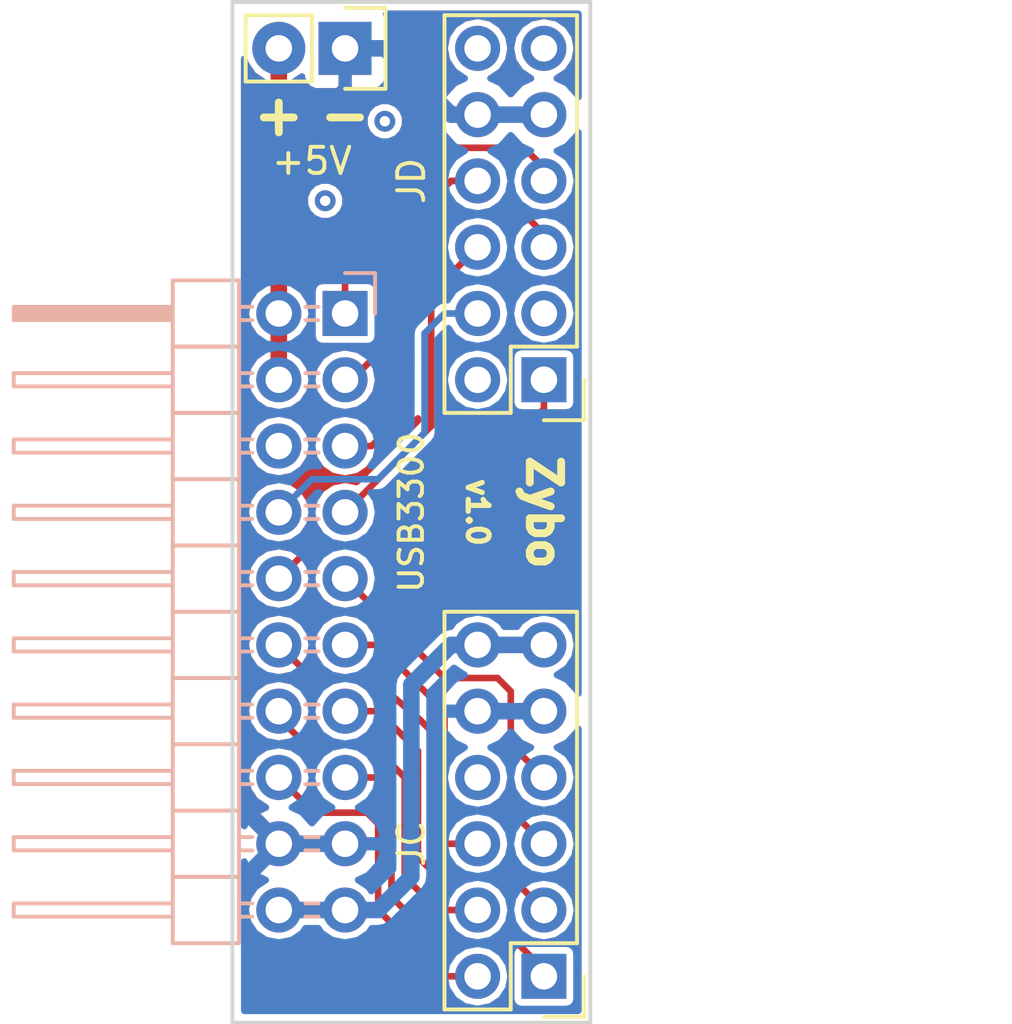
<source format=kicad_pcb>
(kicad_pcb (version 4) (host pcbnew 4.1.0-alpha+201607190716+6983~46~ubuntu14.04.1-product)

  (general
    (links 26)
    (no_connects 3)
    (area 118.654999 81.844999 161.975716 121.355001)
    (thickness 1.6)
    (drawings 9)
    (tracks 104)
    (zones 0)
    (modules 4)
    (nets 21)
  )

  (page A4)
  (layers
    (0 F.Cu signal)
    (31 B.Cu signal)
    (32 B.Adhes user)
    (33 F.Adhes user)
    (34 B.Paste user)
    (35 F.Paste user)
    (36 B.SilkS user)
    (37 F.SilkS user)
    (38 B.Mask user)
    (39 F.Mask user)
    (40 Dwgs.User user)
    (41 Cmts.User user)
    (42 Eco1.User user)
    (43 Eco2.User user)
    (44 Edge.Cuts user)
    (45 Margin user)
    (46 B.CrtYd user)
    (47 F.CrtYd user)
    (48 B.Fab user)
    (49 F.Fab user)
  )

  (setup
    (last_trace_width 0.635)
    (user_trace_width 0.2032)
    (user_trace_width 0.254)
    (user_trace_width 0.4064)
    (user_trace_width 0.5)
    (user_trace_width 0.635)
    (user_trace_width 1)
    (trace_clearance 0.2)
    (zone_clearance 0.254)
    (zone_45_only no)
    (trace_min 0.2)
    (segment_width 0.2)
    (edge_width 0.15)
    (via_size 0.8)
    (via_drill 0.4)
    (via_min_size 0.4)
    (via_min_drill 0.3)
    (uvia_size 0.3)
    (uvia_drill 0.1)
    (uvias_allowed no)
    (uvia_min_size 0)
    (uvia_min_drill 0)
    (pcb_text_width 0.3)
    (pcb_text_size 1.5 1.5)
    (mod_edge_width 0.15)
    (mod_text_size 1 1)
    (mod_text_width 0.15)
    (pad_size 1.7272 1.7272)
    (pad_drill 1.016)
    (pad_to_mask_clearance 0.2)
    (aux_axis_origin 0 0)
    (grid_origin 142.24 121.92)
    (visible_elements 7FFFFFFF)
    (pcbplotparams
      (layerselection 0x01020_ffffffff)
      (usegerberextensions false)
      (excludeedgelayer true)
      (linewidth 0.100000)
      (plotframeref false)
      (viasonmask false)
      (mode 1)
      (useauxorigin false)
      (hpglpennumber 1)
      (hpglpenspeed 20)
      (hpglpendiameter 15)
      (psnegative false)
      (psa4output false)
      (plotreference true)
      (plotvalue true)
      (plotinvisibletext false)
      (padsonsilk false)
      (subtractmaskfromsilk false)
      (outputformat 1)
      (mirror false)
      (drillshape 0)
      (scaleselection 1)
      (outputdirectory ""))
  )

  (net 0 "")
  (net 1 "Net-(P1-Pad2)")
  (net 2 "Net-(P1-Pad3)")
  (net 3 /GND)
  (net 4 /VCC3V3)
  (net 5 "Net-(P2-Pad8)")
  (net 6 /DATA0)
  (net 7 /5V)
  (net 8 /DATA1)
  (net 9 /DATA2)
  (net 10 "Net-(USB3300-Pad6)")
  (net 11 /DATA3)
  (net 12 /RESET)
  (net 13 /DATA4)
  (net 14 /CLKOUT)
  (net 15 /DATA5)
  (net 16 /DIR)
  (net 17 /DATA6)
  (net 18 /NXT)
  (net 19 /DATA7)
  (net 20 /STP)

  (net_class Default "This is the default net class."
    (clearance 0.2)
    (trace_width 0.25)
    (via_dia 0.8)
    (via_drill 0.4)
    (uvia_dia 0.3)
    (uvia_drill 0.1)
    (add_net /5V)
    (add_net /CLKOUT)
    (add_net /DATA0)
    (add_net /DATA1)
    (add_net /DATA2)
    (add_net /DATA3)
    (add_net /DATA4)
    (add_net /DATA5)
    (add_net /DATA6)
    (add_net /DATA7)
    (add_net /DIR)
    (add_net /GND)
    (add_net /NXT)
    (add_net /RESET)
    (add_net /STP)
    (add_net /VCC3V3)
    (add_net "Net-(P1-Pad2)")
    (add_net "Net-(P1-Pad3)")
    (add_net "Net-(P2-Pad8)")
    (add_net "Net-(USB3300-Pad6)")
  )

  (module Pin_Headers:Pin_Header_Angled_2x10 (layer B.Cu) (tedit 5888F0F8) (tstamp 58879E16)
    (at 132.08 93.98 180)
    (descr "Through hole pin header")
    (tags "pin header")
    (path /582B14E8)
    (fp_text reference USB3300 (at -2.54 -7.62 450) (layer F.SilkS)
      (effects (font (size 0.9 0.9) (thickness 0.15)))
    )
    (fp_text value "10x2 Header" (at 7.5692 -10.922 90) (layer F.SilkS) hide
      (effects (font (size 1 1) (thickness 0.15)))
    )
    (fp_line (start -1.35 1.75) (end -1.35 -24.65) (layer B.CrtYd) (width 0.05))
    (fp_line (start 13.2 1.75) (end 13.2 -24.65) (layer B.CrtYd) (width 0.05))
    (fp_line (start -1.35 1.75) (end 13.2 1.75) (layer B.CrtYd) (width 0.05))
    (fp_line (start -1.35 -24.65) (end 13.2 -24.65) (layer B.CrtYd) (width 0.05))
    (fp_line (start 1.524 0.254) (end 1.016 0.254) (layer B.SilkS) (width 0.15))
    (fp_line (start 1.524 -0.254) (end 1.016 -0.254) (layer B.SilkS) (width 0.15))
    (fp_line (start 1.524 -23.114) (end 1.016 -23.114) (layer B.SilkS) (width 0.15))
    (fp_line (start 1.524 -22.606) (end 1.016 -22.606) (layer B.SilkS) (width 0.15))
    (fp_line (start 1.524 -17.526) (end 1.016 -17.526) (layer B.SilkS) (width 0.15))
    (fp_line (start 1.524 -18.034) (end 1.016 -18.034) (layer B.SilkS) (width 0.15))
    (fp_line (start 1.524 -20.066) (end 1.016 -20.066) (layer B.SilkS) (width 0.15))
    (fp_line (start 1.524 -20.574) (end 1.016 -20.574) (layer B.SilkS) (width 0.15))
    (fp_line (start 1.524 -15.494) (end 1.016 -15.494) (layer B.SilkS) (width 0.15))
    (fp_line (start 1.524 -14.986) (end 1.016 -14.986) (layer B.SilkS) (width 0.15))
    (fp_line (start 1.524 -12.954) (end 1.016 -12.954) (layer B.SilkS) (width 0.15))
    (fp_line (start 1.524 -12.446) (end 1.016 -12.446) (layer B.SilkS) (width 0.15))
    (fp_line (start 1.524 -2.286) (end 1.016 -2.286) (layer B.SilkS) (width 0.15))
    (fp_line (start 1.524 -2.794) (end 1.016 -2.794) (layer B.SilkS) (width 0.15))
    (fp_line (start 1.524 -4.826) (end 1.016 -4.826) (layer B.SilkS) (width 0.15))
    (fp_line (start 1.524 -5.334) (end 1.016 -5.334) (layer B.SilkS) (width 0.15))
    (fp_line (start 1.524 -10.414) (end 1.016 -10.414) (layer B.SilkS) (width 0.15))
    (fp_line (start 1.524 -9.906) (end 1.016 -9.906) (layer B.SilkS) (width 0.15))
    (fp_line (start 1.524 -7.874) (end 1.016 -7.874) (layer B.SilkS) (width 0.15))
    (fp_line (start 1.524 -7.366) (end 1.016 -7.366) (layer B.SilkS) (width 0.15))
    (fp_line (start 4.064 -23.114) (end 3.556 -23.114) (layer B.SilkS) (width 0.15))
    (fp_line (start 4.064 -22.606) (end 3.556 -22.606) (layer B.SilkS) (width 0.15))
    (fp_line (start 4.064 -20.574) (end 3.556 -20.574) (layer B.SilkS) (width 0.15))
    (fp_line (start 4.064 -20.066) (end 3.556 -20.066) (layer B.SilkS) (width 0.15))
    (fp_line (start 4.064 -14.986) (end 3.556 -14.986) (layer B.SilkS) (width 0.15))
    (fp_line (start 4.064 -15.494) (end 3.556 -15.494) (layer B.SilkS) (width 0.15))
    (fp_line (start 4.064 -17.526) (end 3.556 -17.526) (layer B.SilkS) (width 0.15))
    (fp_line (start 4.064 -18.034) (end 3.556 -18.034) (layer B.SilkS) (width 0.15))
    (fp_line (start 4.064 -12.954) (end 3.556 -12.954) (layer B.SilkS) (width 0.15))
    (fp_line (start 4.064 -12.446) (end 3.556 -12.446) (layer B.SilkS) (width 0.15))
    (fp_line (start 4.064 -10.414) (end 3.556 -10.414) (layer B.SilkS) (width 0.15))
    (fp_line (start 4.064 -9.906) (end 3.556 -9.906) (layer B.SilkS) (width 0.15))
    (fp_line (start 4.064 0.254) (end 3.556 0.254) (layer B.SilkS) (width 0.15))
    (fp_line (start 4.064 -0.254) (end 3.556 -0.254) (layer B.SilkS) (width 0.15))
    (fp_line (start 4.064 -2.286) (end 3.556 -2.286) (layer B.SilkS) (width 0.15))
    (fp_line (start 4.064 -2.794) (end 3.556 -2.794) (layer B.SilkS) (width 0.15))
    (fp_line (start 4.064 -7.874) (end 3.556 -7.874) (layer B.SilkS) (width 0.15))
    (fp_line (start 4.064 -7.366) (end 3.556 -7.366) (layer B.SilkS) (width 0.15))
    (fp_line (start 4.064 -5.334) (end 3.556 -5.334) (layer B.SilkS) (width 0.15))
    (fp_line (start 4.064 -4.826) (end 3.556 -4.826) (layer B.SilkS) (width 0.15))
    (fp_line (start 0 1.55) (end -1.15 1.55) (layer B.SilkS) (width 0.15))
    (fp_line (start -1.15 1.55) (end -1.15 0) (layer B.SilkS) (width 0.15))
    (fp_line (start 6.604 0.127) (end 12.573 0.127) (layer B.SilkS) (width 0.15))
    (fp_line (start 12.573 0.127) (end 12.573 -0.127) (layer B.SilkS) (width 0.15))
    (fp_line (start 12.573 -0.127) (end 6.731 -0.127) (layer B.SilkS) (width 0.15))
    (fp_line (start 6.731 -0.127) (end 6.731 0) (layer B.SilkS) (width 0.15))
    (fp_line (start 6.731 0) (end 12.573 0) (layer B.SilkS) (width 0.15))
    (fp_line (start 4.064 -19.05) (end 6.604 -19.05) (layer B.SilkS) (width 0.15))
    (fp_line (start 4.064 -19.05) (end 4.064 -21.59) (layer B.SilkS) (width 0.15))
    (fp_line (start 4.064 -21.59) (end 6.604 -21.59) (layer B.SilkS) (width 0.15))
    (fp_line (start 6.604 -20.066) (end 12.7 -20.066) (layer B.SilkS) (width 0.15))
    (fp_line (start 12.7 -20.066) (end 12.7 -20.574) (layer B.SilkS) (width 0.15))
    (fp_line (start 12.7 -20.574) (end 6.604 -20.574) (layer B.SilkS) (width 0.15))
    (fp_line (start 6.604 -21.59) (end 6.604 -19.05) (layer B.SilkS) (width 0.15))
    (fp_line (start 6.604 -24.13) (end 6.604 -21.59) (layer B.SilkS) (width 0.15))
    (fp_line (start 12.7 -23.114) (end 6.604 -23.114) (layer B.SilkS) (width 0.15))
    (fp_line (start 12.7 -22.606) (end 12.7 -23.114) (layer B.SilkS) (width 0.15))
    (fp_line (start 6.604 -22.606) (end 12.7 -22.606) (layer B.SilkS) (width 0.15))
    (fp_line (start 4.064 -21.59) (end 4.064 -24.13) (layer B.SilkS) (width 0.15))
    (fp_line (start 4.064 -21.59) (end 6.604 -21.59) (layer B.SilkS) (width 0.15))
    (fp_line (start 4.064 -24.13) (end 6.604 -24.13) (layer B.SilkS) (width 0.15))
    (fp_line (start 4.064 -8.89) (end 6.604 -8.89) (layer B.SilkS) (width 0.15))
    (fp_line (start 4.064 -8.89) (end 4.064 -11.43) (layer B.SilkS) (width 0.15))
    (fp_line (start 4.064 -11.43) (end 6.604 -11.43) (layer B.SilkS) (width 0.15))
    (fp_line (start 6.604 -9.906) (end 12.7 -9.906) (layer B.SilkS) (width 0.15))
    (fp_line (start 12.7 -9.906) (end 12.7 -10.414) (layer B.SilkS) (width 0.15))
    (fp_line (start 12.7 -10.414) (end 6.604 -10.414) (layer B.SilkS) (width 0.15))
    (fp_line (start 6.604 -11.43) (end 6.604 -8.89) (layer B.SilkS) (width 0.15))
    (fp_line (start 6.604 -13.97) (end 6.604 -11.43) (layer B.SilkS) (width 0.15))
    (fp_line (start 12.7 -12.954) (end 6.604 -12.954) (layer B.SilkS) (width 0.15))
    (fp_line (start 12.7 -12.446) (end 12.7 -12.954) (layer B.SilkS) (width 0.15))
    (fp_line (start 6.604 -12.446) (end 12.7 -12.446) (layer B.SilkS) (width 0.15))
    (fp_line (start 4.064 -13.97) (end 6.604 -13.97) (layer B.SilkS) (width 0.15))
    (fp_line (start 4.064 -11.43) (end 4.064 -13.97) (layer B.SilkS) (width 0.15))
    (fp_line (start 4.064 -11.43) (end 6.604 -11.43) (layer B.SilkS) (width 0.15))
    (fp_line (start 4.064 -16.51) (end 6.604 -16.51) (layer B.SilkS) (width 0.15))
    (fp_line (start 4.064 -16.51) (end 4.064 -19.05) (layer B.SilkS) (width 0.15))
    (fp_line (start 4.064 -19.05) (end 6.604 -19.05) (layer B.SilkS) (width 0.15))
    (fp_line (start 6.604 -17.526) (end 12.7 -17.526) (layer B.SilkS) (width 0.15))
    (fp_line (start 12.7 -17.526) (end 12.7 -18.034) (layer B.SilkS) (width 0.15))
    (fp_line (start 12.7 -18.034) (end 6.604 -18.034) (layer B.SilkS) (width 0.15))
    (fp_line (start 6.604 -19.05) (end 6.604 -16.51) (layer B.SilkS) (width 0.15))
    (fp_line (start 6.604 -16.51) (end 6.604 -13.97) (layer B.SilkS) (width 0.15))
    (fp_line (start 12.7 -15.494) (end 6.604 -15.494) (layer B.SilkS) (width 0.15))
    (fp_line (start 12.7 -14.986) (end 12.7 -15.494) (layer B.SilkS) (width 0.15))
    (fp_line (start 6.604 -14.986) (end 12.7 -14.986) (layer B.SilkS) (width 0.15))
    (fp_line (start 4.064 -16.51) (end 6.604 -16.51) (layer B.SilkS) (width 0.15))
    (fp_line (start 4.064 -13.97) (end 4.064 -16.51) (layer B.SilkS) (width 0.15))
    (fp_line (start 4.064 -13.97) (end 6.604 -13.97) (layer B.SilkS) (width 0.15))
    (fp_line (start 4.064 -3.81) (end 6.604 -3.81) (layer B.SilkS) (width 0.15))
    (fp_line (start 4.064 -3.81) (end 4.064 -6.35) (layer B.SilkS) (width 0.15))
    (fp_line (start 4.064 -6.35) (end 6.604 -6.35) (layer B.SilkS) (width 0.15))
    (fp_line (start 6.604 -4.826) (end 12.7 -4.826) (layer B.SilkS) (width 0.15))
    (fp_line (start 12.7 -4.826) (end 12.7 -5.334) (layer B.SilkS) (width 0.15))
    (fp_line (start 12.7 -5.334) (end 6.604 -5.334) (layer B.SilkS) (width 0.15))
    (fp_line (start 6.604 -6.35) (end 6.604 -3.81) (layer B.SilkS) (width 0.15))
    (fp_line (start 6.604 -8.89) (end 6.604 -6.35) (layer B.SilkS) (width 0.15))
    (fp_line (start 12.7 -7.874) (end 6.604 -7.874) (layer B.SilkS) (width 0.15))
    (fp_line (start 12.7 -7.366) (end 12.7 -7.874) (layer B.SilkS) (width 0.15))
    (fp_line (start 6.604 -7.366) (end 12.7 -7.366) (layer B.SilkS) (width 0.15))
    (fp_line (start 4.064 -8.89) (end 6.604 -8.89) (layer B.SilkS) (width 0.15))
    (fp_line (start 4.064 -6.35) (end 4.064 -8.89) (layer B.SilkS) (width 0.15))
    (fp_line (start 4.064 -6.35) (end 6.604 -6.35) (layer B.SilkS) (width 0.15))
    (fp_line (start 4.064 -1.27) (end 6.604 -1.27) (layer B.SilkS) (width 0.15))
    (fp_line (start 4.064 -1.27) (end 4.064 -3.81) (layer B.SilkS) (width 0.15))
    (fp_line (start 4.064 -3.81) (end 6.604 -3.81) (layer B.SilkS) (width 0.15))
    (fp_line (start 6.604 -2.286) (end 12.7 -2.286) (layer B.SilkS) (width 0.15))
    (fp_line (start 12.7 -2.286) (end 12.7 -2.794) (layer B.SilkS) (width 0.15))
    (fp_line (start 12.7 -2.794) (end 6.604 -2.794) (layer B.SilkS) (width 0.15))
    (fp_line (start 6.604 -3.81) (end 6.604 -1.27) (layer B.SilkS) (width 0.15))
    (fp_line (start 6.604 -1.27) (end 6.604 1.27) (layer B.SilkS) (width 0.15))
    (fp_line (start 12.7 -0.254) (end 6.604 -0.254) (layer B.SilkS) (width 0.15))
    (fp_line (start 12.7 0.254) (end 12.7 -0.254) (layer B.SilkS) (width 0.15))
    (fp_line (start 6.604 0.254) (end 12.7 0.254) (layer B.SilkS) (width 0.15))
    (fp_line (start 4.064 -1.27) (end 6.604 -1.27) (layer B.SilkS) (width 0.15))
    (fp_line (start 4.064 1.27) (end 4.064 -1.27) (layer B.SilkS) (width 0.15))
    (fp_line (start 4.064 1.27) (end 6.604 1.27) (layer B.SilkS) (width 0.15))
    (pad 1 thru_hole rect (at 0 0 180) (size 1.7272 1.7272) (drill 1.016) (layers *.Cu *.Mask)
      (net 6 /DATA0))
    (pad 2 thru_hole oval (at 2.54 0 180) (size 1.7272 1.7272) (drill 1.016) (layers *.Cu *.Mask)
      (net 7 /5V))
    (pad 3 thru_hole oval (at 0 -2.54 180) (size 1.7272 1.7272) (drill 1.016) (layers *.Cu *.Mask)
      (net 8 /DATA1))
    (pad 4 thru_hole oval (at 2.54 -2.54 180) (size 1.7272 1.7272) (drill 1.016) (layers *.Cu *.Mask)
      (net 7 /5V))
    (pad 5 thru_hole oval (at 0 -5.08 180) (size 1.7272 1.7272) (drill 1.016) (layers *.Cu *.Mask)
      (net 9 /DATA2))
    (pad 6 thru_hole oval (at 2.54 -5.08 180) (size 1.7272 1.7272) (drill 1.016) (layers *.Cu *.Mask)
      (net 10 "Net-(USB3300-Pad6)"))
    (pad 7 thru_hole oval (at 0 -7.62 180) (size 1.7272 1.7272) (drill 1.016) (layers *.Cu *.Mask)
      (net 11 /DATA3))
    (pad 8 thru_hole oval (at 2.54 -7.62 180) (size 1.7272 1.7272) (drill 1.016) (layers *.Cu *.Mask)
      (net 12 /RESET))
    (pad 9 thru_hole oval (at 0 -10.16 180) (size 1.7272 1.7272) (drill 1.016) (layers *.Cu *.Mask)
      (net 13 /DATA4))
    (pad 10 thru_hole oval (at 2.54 -10.16 180) (size 1.7272 1.7272) (drill 1.016) (layers *.Cu *.Mask)
      (net 14 /CLKOUT))
    (pad 11 thru_hole oval (at 0 -12.7 180) (size 1.7272 1.7272) (drill 1.016) (layers *.Cu *.Mask)
      (net 15 /DATA5))
    (pad 12 thru_hole oval (at 2.54 -12.7 180) (size 1.7272 1.7272) (drill 1.016) (layers *.Cu *.Mask)
      (net 16 /DIR))
    (pad 13 thru_hole oval (at 0 -15.24 180) (size 1.7272 1.7272) (drill 1.016) (layers *.Cu *.Mask)
      (net 17 /DATA6))
    (pad 14 thru_hole oval (at 2.54 -15.24 180) (size 1.7272 1.7272) (drill 1.016) (layers *.Cu *.Mask)
      (net 18 /NXT))
    (pad 15 thru_hole oval (at 0 -17.78 180) (size 1.7272 1.7272) (drill 1.016) (layers *.Cu *.Mask)
      (net 19 /DATA7))
    (pad 16 thru_hole oval (at 2.54 -17.78 180) (size 1.7272 1.7272) (drill 1.016) (layers *.Cu *.Mask)
      (net 20 /STP))
    (pad 17 thru_hole oval (at 0 -20.32 180) (size 1.7272 1.7272) (drill 1.016) (layers *.Cu *.Mask)
      (net 3 /GND))
    (pad 18 thru_hole oval (at 2.54 -20.32 180) (size 1.7272 1.7272) (drill 1.016) (layers *.Cu *.Mask)
      (net 3 /GND))
    (pad 19 thru_hole oval (at 0 -22.86 180) (size 1.7272 1.7272) (drill 1.016) (layers *.Cu *.Mask)
      (net 4 /VCC3V3))
    (pad 20 thru_hole oval (at 2.54 -22.86 180) (size 1.7272 1.7272) (drill 1.016) (layers *.Cu *.Mask)
      (net 4 /VCC3V3))
    (model Pin_Headers.3dshapes/Pin_Header_Angled_2x10.wrl
      (at (xyz 0.05 -0.45 0))
      (scale (xyz 1 1 1))
      (rotate (xyz 0 0 90))
    )
  )

  (module Pin_Headers:Pin_Header_Straight_1x02 (layer F.Cu) (tedit 5888F993) (tstamp 58879E0B)
    (at 132.08 83.82 270)
    (descr "Through hole pin header")
    (tags "pin header")
    (path /58879936)
    (fp_text reference P3 (at 0 5.842 180) (layer F.SilkS) hide
      (effects (font (size 1 1) (thickness 0.15)))
    )
    (fp_text value +5V (at 4.318 1.27 180) (layer F.SilkS)
      (effects (font (size 1 1) (thickness 0.15)))
    )
    (fp_line (start 1.27 1.27) (end 1.27 3.81) (layer F.SilkS) (width 0.15))
    (fp_line (start 1.55 -1.55) (end 1.55 0) (layer F.SilkS) (width 0.15))
    (fp_line (start -1.75 -1.75) (end -1.75 4.3) (layer F.CrtYd) (width 0.05))
    (fp_line (start 1.75 -1.75) (end 1.75 4.3) (layer F.CrtYd) (width 0.05))
    (fp_line (start -1.75 -1.75) (end 1.75 -1.75) (layer F.CrtYd) (width 0.05))
    (fp_line (start -1.75 4.3) (end 1.75 4.3) (layer F.CrtYd) (width 0.05))
    (fp_line (start 1.27 1.27) (end -1.27 1.27) (layer F.SilkS) (width 0.15))
    (fp_line (start -1.55 0) (end -1.55 -1.55) (layer F.SilkS) (width 0.15))
    (fp_line (start -1.55 -1.55) (end 1.55 -1.55) (layer F.SilkS) (width 0.15))
    (fp_line (start -1.27 1.27) (end -1.27 3.81) (layer F.SilkS) (width 0.15))
    (fp_line (start -1.27 3.81) (end 1.27 3.81) (layer F.SilkS) (width 0.15))
    (pad 1 thru_hole rect (at 0 0 270) (size 2.032 2.032) (drill 1.016) (layers *.Cu *.Mask)
      (net 3 /GND))
    (pad 2 thru_hole oval (at 0 2.54 270) (size 2.032 2.032) (drill 1.016) (layers *.Cu *.Mask)
      (net 7 /5V))
    (model Pin_Headers.3dshapes/Pin_Header_Straight_1x02.wrl
      (at (xyz 0 -0.05 0))
      (scale (xyz 1 1 1))
      (rotate (xyz 0 0 90))
    )
  )

  (module Pin_Headers:Pin_Header_Straight_2x06 (layer F.Cu) (tedit 5888FDC3) (tstamp 58890159)
    (at 139.7 96.52 180)
    (descr "Through hole pin header")
    (tags "pin header")
    (path /582B162E)
    (fp_text reference JD (at 5.08 7.62 270) (layer F.SilkS)
      (effects (font (size 1 1) (thickness 0.15)))
    )
    (fp_text value "6x2 Header" (at -2.54 7.62 270) (layer Dwgs.User) hide
      (effects (font (size 1 1) (thickness 0.15)))
    )
    (fp_line (start -1.75 -1.75) (end -1.75 14.45) (layer F.CrtYd) (width 0.05))
    (fp_line (start 4.3 -1.75) (end 4.3 14.45) (layer F.CrtYd) (width 0.05))
    (fp_line (start -1.75 -1.75) (end 4.3 -1.75) (layer F.CrtYd) (width 0.05))
    (fp_line (start -1.75 14.45) (end 4.3 14.45) (layer F.CrtYd) (width 0.05))
    (fp_line (start 3.81 13.97) (end 3.81 -1.27) (layer F.SilkS) (width 0.15))
    (fp_line (start -1.27 1.27) (end -1.27 13.97) (layer F.SilkS) (width 0.15))
    (fp_line (start 3.81 13.97) (end -1.27 13.97) (layer F.SilkS) (width 0.15))
    (fp_line (start 3.81 -1.27) (end 1.27 -1.27) (layer F.SilkS) (width 0.15))
    (fp_line (start 0 -1.55) (end -1.55 -1.55) (layer F.SilkS) (width 0.15))
    (fp_line (start 1.27 -1.27) (end 1.27 1.27) (layer F.SilkS) (width 0.15))
    (fp_line (start 1.27 1.27) (end -1.27 1.27) (layer F.SilkS) (width 0.15))
    (fp_line (start -1.55 -1.55) (end -1.55 0) (layer F.SilkS) (width 0.15))
    (pad 1 thru_hole rect (at 0 0 180) (size 1.7272 1.7272) (drill 1.016) (layers *.Cu *.Mask)
      (net 14 /CLKOUT))
    (pad 2 thru_hole oval (at 2.54 0 180) (size 1.7272 1.7272) (drill 1.016) (layers *.Cu *.Mask)
      (net 1 "Net-(P1-Pad2)"))
    (pad 3 thru_hole oval (at 0 2.54 180) (size 1.7272 1.7272) (drill 1.016) (layers *.Cu *.Mask)
      (net 2 "Net-(P1-Pad3)"))
    (pad 4 thru_hole oval (at 2.54 2.54 180) (size 1.7272 1.7272) (drill 1.016) (layers *.Cu *.Mask)
      (net 12 /RESET))
    (pad 5 thru_hole oval (at 0 5.08 180) (size 1.7272 1.7272) (drill 1.016) (layers *.Cu *.Mask)
      (net 9 /DATA2))
    (pad 6 thru_hole oval (at 2.54 5.08 180) (size 1.7272 1.7272) (drill 1.016) (layers *.Cu *.Mask)
      (net 11 /DATA3))
    (pad 7 thru_hole oval (at 0 7.62 180) (size 1.7272 1.7272) (drill 1.016) (layers *.Cu *.Mask)
      (net 6 /DATA0))
    (pad 8 thru_hole oval (at 2.54 7.62 180) (size 1.7272 1.7272) (drill 1.016) (layers *.Cu *.Mask)
      (net 8 /DATA1))
    (pad 9 thru_hole oval (at 0 10.16 180) (size 1.7272 1.7272) (drill 1.016) (layers *.Cu *.Mask)
      (net 3 /GND))
    (pad 10 thru_hole oval (at 2.54 10.16 180) (size 1.7272 1.7272) (drill 1.016) (layers *.Cu *.Mask)
      (net 3 /GND))
    (pad 11 thru_hole oval (at 0 12.7 180) (size 1.7272 1.7272) (drill 1.016) (layers *.Cu *.Mask)
      (net 4 /VCC3V3))
    (pad 12 thru_hole oval (at 2.54 12.7 180) (size 1.7272 1.7272) (drill 1.016) (layers *.Cu *.Mask)
      (net 4 /VCC3V3))
    (model Pin_Headers.3dshapes/Pin_Header_Straight_2x06.wrl
      (at (xyz 0.05 -0.25 0))
      (scale (xyz 1 1 1))
      (rotate (xyz 0 0 90))
    )
  )

  (module Pin_Headers:Pin_Header_Straight_2x06 (layer F.Cu) (tedit 5888FD80) (tstamp 588901AB)
    (at 139.7 119.38 180)
    (descr "Through hole pin header")
    (tags "pin header")
    (path /582B168A)
    (fp_text reference JC (at 5.08 5.08 450) (layer F.SilkS)
      (effects (font (size 1 1) (thickness 0.15)))
    )
    (fp_text value "6x2 Header" (at -2.54 5.08 270) (layer Dwgs.User) hide
      (effects (font (size 1 1) (thickness 0.15)))
    )
    (fp_line (start -1.75 -1.75) (end -1.75 14.45) (layer F.CrtYd) (width 0.05))
    (fp_line (start 4.3 -1.75) (end 4.3 14.45) (layer F.CrtYd) (width 0.05))
    (fp_line (start -1.75 -1.75) (end 4.3 -1.75) (layer F.CrtYd) (width 0.05))
    (fp_line (start -1.75 14.45) (end 4.3 14.45) (layer F.CrtYd) (width 0.05))
    (fp_line (start 3.81 13.97) (end 3.81 -1.27) (layer F.SilkS) (width 0.15))
    (fp_line (start -1.27 1.27) (end -1.27 13.97) (layer F.SilkS) (width 0.15))
    (fp_line (start 3.81 13.97) (end -1.27 13.97) (layer F.SilkS) (width 0.15))
    (fp_line (start 3.81 -1.27) (end 1.27 -1.27) (layer F.SilkS) (width 0.15))
    (fp_line (start 0 -1.55) (end -1.55 -1.55) (layer F.SilkS) (width 0.15))
    (fp_line (start 1.27 -1.27) (end 1.27 1.27) (layer F.SilkS) (width 0.15))
    (fp_line (start 1.27 1.27) (end -1.27 1.27) (layer F.SilkS) (width 0.15))
    (fp_line (start -1.55 -1.55) (end -1.55 0) (layer F.SilkS) (width 0.15))
    (pad 1 thru_hole rect (at 0 0 180) (size 1.7272 1.7272) (drill 1.016) (layers *.Cu *.Mask)
      (net 19 /DATA7))
    (pad 2 thru_hole oval (at 2.54 0 180) (size 1.7272 1.7272) (drill 1.016) (layers *.Cu *.Mask)
      (net 20 /STP))
    (pad 3 thru_hole oval (at 0 2.54 180) (size 1.7272 1.7272) (drill 1.016) (layers *.Cu *.Mask)
      (net 17 /DATA6))
    (pad 4 thru_hole oval (at 2.54 2.54 180) (size 1.7272 1.7272) (drill 1.016) (layers *.Cu *.Mask)
      (net 18 /NXT))
    (pad 5 thru_hole oval (at 0 5.08 180) (size 1.7272 1.7272) (drill 1.016) (layers *.Cu *.Mask)
      (net 15 /DATA5))
    (pad 6 thru_hole oval (at 2.54 5.08 180) (size 1.7272 1.7272) (drill 1.016) (layers *.Cu *.Mask)
      (net 16 /DIR))
    (pad 7 thru_hole oval (at 0 7.62 180) (size 1.7272 1.7272) (drill 1.016) (layers *.Cu *.Mask)
      (net 13 /DATA4))
    (pad 8 thru_hole oval (at 2.54 7.62 180) (size 1.7272 1.7272) (drill 1.016) (layers *.Cu *.Mask)
      (net 5 "Net-(P2-Pad8)"))
    (pad 9 thru_hole oval (at 0 10.16 180) (size 1.7272 1.7272) (drill 1.016) (layers *.Cu *.Mask)
      (net 3 /GND))
    (pad 10 thru_hole oval (at 2.54 10.16 180) (size 1.7272 1.7272) (drill 1.016) (layers *.Cu *.Mask)
      (net 3 /GND))
    (pad 11 thru_hole oval (at 0 12.7 180) (size 1.7272 1.7272) (drill 1.016) (layers *.Cu *.Mask)
      (net 4 /VCC3V3))
    (pad 12 thru_hole oval (at 2.54 12.7 180) (size 1.7272 1.7272) (drill 1.016) (layers *.Cu *.Mask)
      (net 4 /VCC3V3))
    (model Pin_Headers.3dshapes/Pin_Header_Straight_2x06.wrl
      (at (xyz 0.05 -0.25 0))
      (scale (xyz 1 1 1))
      (rotate (xyz 0 0 90))
    )
  )

  (gr_text - (at 132.08 86.36) (layer F.SilkS)
    (effects (font (size 1.5 1.5) (thickness 0.3)))
  )
  (gr_line (start 127.762 121.158) (end 141.478 121.158) (angle 90) (layer Edge.Cuts) (width 0.15))
  (gr_line (start 127.762 82.042) (end 127.762 121.158) (angle 90) (layer Edge.Cuts) (width 0.15))
  (gr_line (start 141.478 82.042) (end 127.762 82.042) (angle 90) (layer Edge.Cuts) (width 0.15))
  (gr_line (start 141.478 121.158) (end 141.478 82.042) (angle 90) (layer Edge.Cuts) (width 0.15))
  (dimension 10.16 (width 0.25) (layer Dwgs.User)
    (gr_text "0.4000 in" (at 156.29 101.6 270) (layer Dwgs.User)
      (effects (font (size 1 1) (thickness 0.25)))
    )
    (feature1 (pts (xy 139.7 106.68) (xy 157.64 106.68)))
    (feature2 (pts (xy 139.7 96.52) (xy 157.64 96.52)))
    (crossbar (pts (xy 154.94 96.52) (xy 154.94 106.68)))
    (arrow1a (pts (xy 154.94 106.68) (xy 154.353579 105.553496)))
    (arrow1b (pts (xy 154.94 106.68) (xy 155.526421 105.553496)))
    (arrow2a (pts (xy 154.94 96.52) (xy 154.353579 97.646504)))
    (arrow2b (pts (xy 154.94 96.52) (xy 155.526421 97.646504)))
  )
  (gr_text Zybo (at 139.7 101.6 270) (layer F.SilkS)
    (effects (font (size 1.2 1.2) (thickness 0.3)))
  )
  (gr_text v1.0 (at 137.16 101.6 270) (layer F.SilkS)
    (effects (font (size 0.8 0.8) (thickness 0.2)))
  )
  (gr_text + (at 129.54 86.36) (layer F.SilkS)
    (effects (font (size 1.5 1.5) (thickness 0.3)))
  )

  (via (at 131.318 89.662) (size 0.8) (drill 0.4) (layers F.Cu B.Cu) (net 0))
  (via (at 133.604 86.614) (size 0.8) (drill 0.4) (layers F.Cu B.Cu) (net 0))
  (segment (start 129.54 114.3) (end 128.524 113.284) (width 0.635) (layer B.Cu) (net 3))
  (segment (start 129.54 114.3) (end 128.524 115.316) (width 0.635) (layer B.Cu) (net 3))
  (segment (start 139.7 109.22) (end 137.16 109.22) (width 0.635) (layer B.Cu) (net 3))
  (segment (start 137.668 109.4232) (end 137.668 109.4359) (width 0.25) (layer B.Cu) (net 3))
  (segment (start 129.54 114.3) (end 128.524 113.284) (width 0.635) (layer F.Cu) (net 3))
  (segment (start 132.08 114.3) (end 129.54 114.3) (width 0.635) (layer B.Cu) (net 3))
  (segment (start 137.16 86.36) (end 136.144 86.36) (width 0.635) (layer B.Cu) (net 3))
  (segment (start 133.604 83.82) (end 132.08 83.82) (width 0.635) (layer B.Cu) (net 3) (tstamp 5888F903))
  (segment (start 136.144 86.36) (end 133.604 83.82) (width 0.635) (layer B.Cu) (net 3) (tstamp 5888F8FE))
  (segment (start 139.7 86.36) (end 137.16 86.36) (width 0.635) (layer B.Cu) (net 3))
  (segment (start 137.16 106.68) (end 139.7 106.68) (width 0.635) (layer B.Cu) (net 4))
  (segment (start 132.08 116.84) (end 133.35 116.84) (width 0.635) (layer B.Cu) (net 4))
  (segment (start 136.144 106.68) (end 137.16 106.68) (width 0.635) (layer B.Cu) (net 4) (tstamp 5888F9F4))
  (segment (start 134.62 108.204) (end 136.144 106.68) (width 0.635) (layer B.Cu) (net 4) (tstamp 5888F9F3))
  (segment (start 134.62 115.57) (end 134.62 108.204) (width 0.635) (layer B.Cu) (net 4) (tstamp 5888F9F2))
  (segment (start 133.35 116.84) (end 134.62 115.57) (width 0.635) (layer B.Cu) (net 4) (tstamp 5888F9F1))
  (segment (start 132.08 116.84) (end 129.54 116.84) (width 0.635) (layer B.Cu) (net 4))
  (segment (start 132.08 93.98) (end 132.08 91.694) (width 0.254) (layer F.Cu) (net 6))
  (segment (start 138.938 87.63) (end 139.7 88.392) (width 0.254) (layer F.Cu) (net 6) (tstamp 5888F7F0))
  (segment (start 136.144 87.63) (end 138.938 87.63) (width 0.254) (layer F.Cu) (net 6) (tstamp 5888F7EE))
  (segment (start 132.08 91.694) (end 136.144 87.63) (width 0.254) (layer F.Cu) (net 6) (tstamp 5888F7EC))
  (segment (start 139.7 88.392) (end 139.7 88.9) (width 0.254) (layer F.Cu) (net 6) (tstamp 5888F7F1))
  (segment (start 129.54 83.82) (end 129.54 93.98) (width 0.635) (layer F.Cu) (net 7))
  (segment (start 129.54 96.52) (end 129.54 93.98) (width 0.635) (layer F.Cu) (net 7))
  (segment (start 137.16 88.9) (end 136.144 88.9) (width 0.254) (layer F.Cu) (net 8))
  (segment (start 133.858 91.186) (end 136.144 88.9) (width 0.254) (layer F.Cu) (net 8) (tstamp 5888F811))
  (segment (start 133.858 94.996) (end 133.858 91.186) (width 0.254) (layer F.Cu) (net 8) (tstamp 5888F80F))
  (segment (start 133.858 94.996) (end 132.334 96.52) (width 0.254) (layer F.Cu) (net 8) (tstamp 5888F80E))
  (segment (start 132.08 96.52) (end 132.334 96.52) (width 0.254) (layer F.Cu) (net 8))
  (segment (start 132.08 99.06) (end 133.096 99.06) (width 0.254) (layer F.Cu) (net 9))
  (segment (start 138.938 90.17) (end 139.7 90.932) (width 0.254) (layer F.Cu) (net 9))
  (segment (start 136.144 90.17) (end 138.938 90.17) (width 0.254) (layer F.Cu) (net 9))
  (segment (start 134.62 91.694) (end 136.144 90.17) (width 0.254) (layer F.Cu) (net 9))
  (segment (start 134.62 95.758) (end 134.62 91.694) (width 0.254) (layer F.Cu) (net 9))
  (segment (start 134.62 97.536) (end 134.62 95.758) (width 0.254) (layer F.Cu) (net 9) (tstamp 5888FA90))
  (segment (start 133.096 99.06) (end 134.62 97.536) (width 0.254) (layer F.Cu) (net 9) (tstamp 5888FA8A))
  (segment (start 139.7 90.932) (end 139.7 91.44) (width 0.254) (layer F.Cu) (net 9))
  (segment (start 132.08 101.6) (end 135.382 98.298) (width 0.254) (layer F.Cu) (net 11))
  (segment (start 135.382 98.298) (end 135.382 93.218) (width 0.254) (layer F.Cu) (net 11))
  (segment (start 135.382 93.218) (end 137.16 91.44) (width 0.254) (layer F.Cu) (net 11))
  (segment (start 129.54 101.6) (end 130.81 100.33) (width 0.254) (layer B.Cu) (net 12))
  (segment (start 135.128 98.552) (end 135.128 94.742) (width 0.254) (layer B.Cu) (net 12))
  (segment (start 130.81 100.33) (end 133.35 100.33) (width 0.254) (layer B.Cu) (net 12))
  (segment (start 133.35 100.33) (end 135.128 98.552) (width 0.254) (layer B.Cu) (net 12))
  (segment (start 135.128 94.742) (end 135.89 93.98) (width 0.254) (layer B.Cu) (net 12))
  (segment (start 135.89 93.98) (end 137.16 93.98) (width 0.254) (layer B.Cu) (net 12))
  (segment (start 132.08 104.14) (end 135.89 107.95) (width 0.254) (layer F.Cu) (net 13))
  (segment (start 138.43 110.49) (end 139.7 111.76) (width 0.254) (layer F.Cu) (net 13))
  (segment (start 138.43 108.458) (end 138.43 110.49) (width 0.254) (layer F.Cu) (net 13))
  (segment (start 137.922 107.95) (end 138.43 108.458) (width 0.254) (layer F.Cu) (net 13))
  (segment (start 135.89 107.95) (end 137.922 107.95) (width 0.254) (layer F.Cu) (net 13))
  (segment (start 140.3985 96.647) (end 140.3985 97.1042) (width 0.25) (layer F.Cu) (net 14) (tstamp 5888DE4F))
  (segment (start 130.81 102.87) (end 134.4676 102.87) (width 0.254) (layer F.Cu) (net 14))
  (segment (start 129.54 104.14) (end 130.81 102.87) (width 0.254) (layer F.Cu) (net 14))
  (segment (start 139.7 97.6376) (end 139.7 96.52) (width 0.254) (layer F.Cu) (net 14))
  (segment (start 134.4676 102.87) (end 139.7 97.6376) (width 0.254) (layer F.Cu) (net 14))
  (segment (start 139.7 114.3) (end 138.43 113.03) (width 0.254) (layer F.Cu) (net 15))
  (segment (start 133.35 106.68) (end 132.08 106.68) (width 0.254) (layer F.Cu) (net 15) (tstamp 5888F884))
  (segment (start 135.89 109.22) (end 133.35 106.68) (width 0.254) (layer F.Cu) (net 15) (tstamp 5888F882))
  (segment (start 135.89 112.522) (end 135.89 109.22) (width 0.254) (layer F.Cu) (net 15) (tstamp 5888F881))
  (segment (start 136.398 113.03) (end 135.89 112.522) (width 0.254) (layer F.Cu) (net 15) (tstamp 5888F880))
  (segment (start 138.43 113.03) (end 136.398 113.03) (width 0.254) (layer F.Cu) (net 15) (tstamp 5888F87F))
  (segment (start 135.382 111.252) (end 135.382 109.982) (width 0.254) (layer F.Cu) (net 16))
  (segment (start 130.81 107.95) (end 129.54 106.68) (width 0.254) (layer F.Cu) (net 16))
  (segment (start 134.92799 109.52799) (end 133.096 107.95) (width 0.254) (layer F.Cu) (net 16))
  (segment (start 133.096 107.95) (end 130.81 107.95) (width 0.254) (layer F.Cu) (net 16))
  (segment (start 135.382 109.982) (end 134.92799 109.52799) (width 0.254) (layer F.Cu) (net 16) (tstamp 5888F88A))
  (segment (start 135.382 111.252) (end 135.382 111.237868) (width 0.254) (layer F.Cu) (net 16))
  (segment (start 135.382 113.743314) (end 135.382 111.252) (width 0.254) (layer F.Cu) (net 16))
  (segment (start 135.938686 114.3) (end 135.382 113.743314) (width 0.254) (layer F.Cu) (net 16))
  (segment (start 135.938686 114.3) (end 137.16 114.3) (width 0.254) (layer F.Cu) (net 16))
  (segment (start 134.874 111.625934) (end 134.874 110.744) (width 0.254) (layer F.Cu) (net 17))
  (segment (start 133.35 109.22) (end 132.08 109.22) (width 0.254) (layer F.Cu) (net 17) (tstamp 5888F89B))
  (segment (start 134.874 110.744) (end 133.35 109.22) (width 0.254) (layer F.Cu) (net 17) (tstamp 5888F897))
  (segment (start 138.43 115.57) (end 139.7 116.84) (width 0.254) (layer F.Cu) (net 17))
  (segment (start 134.874 111.625934) (end 134.874 114.808) (width 0.254) (layer F.Cu) (net 17) (tstamp 5888F894))
  (segment (start 134.874 114.808) (end 135.636 115.57) (width 0.254) (layer F.Cu) (net 17))
  (segment (start 135.636 115.57) (end 138.43 115.57) (width 0.254) (layer F.Cu) (net 17))
  (segment (start 134.874 111.625934) (end 134.874 111.625934) (width 0.254) (layer F.Cu) (net 17))
  (segment (start 132.08 109.22) (end 132.468066 109.22) (width 0.254) (layer F.Cu) (net 17))
  (segment (start 134.366 115.062) (end 134.366 115.57) (width 0.254) (layer F.Cu) (net 18))
  (segment (start 130.556 110.49) (end 133.096 110.49) (width 0.254) (layer F.Cu) (net 18))
  (segment (start 133.096 110.49) (end 134.366 111.76) (width 0.254) (layer F.Cu) (net 18))
  (segment (start 134.366 111.76) (end 134.366 115.062) (width 0.254) (layer F.Cu) (net 18))
  (segment (start 137.16 116.84) (end 136.144 116.84) (width 0.254) (layer F.Cu) (net 18))
  (segment (start 130.556 110.49) (end 129.54 109.474) (width 0.254) (layer F.Cu) (net 18))
  (segment (start 135.636 116.84) (end 136.144 116.84) (width 0.254) (layer F.Cu) (net 18) (tstamp 5888F8B2))
  (segment (start 134.366 115.57) (end 135.636 116.84) (width 0.254) (layer F.Cu) (net 18) (tstamp 5888F8AF))
  (segment (start 129.54 109.22) (end 129.54 109.474) (width 0.254) (layer F.Cu) (net 18))
  (segment (start 132.08 111.76) (end 133.301314 111.76) (width 0.254) (layer F.Cu) (net 19))
  (segment (start 138.684 118.11) (end 139.7 119.126) (width 0.254) (layer F.Cu) (net 19))
  (segment (start 135.636 118.11) (end 138.684 118.11) (width 0.254) (layer F.Cu) (net 19))
  (segment (start 133.858 116.332) (end 135.636 118.11) (width 0.254) (layer F.Cu) (net 19))
  (segment (start 133.858 112.316686) (end 133.858 116.332) (width 0.254) (layer F.Cu) (net 19))
  (segment (start 133.301314 111.76) (end 133.858 112.316686) (width 0.254) (layer F.Cu) (net 19))
  (segment (start 139.7 119.126) (end 139.7 119.38) (width 0.254) (layer F.Cu) (net 19))
  (segment (start 129.54 111.76) (end 130.889399 113.109399) (width 0.254) (layer F.Cu) (net 20))
  (segment (start 133.35 116.84) (end 135.89 119.38) (width 0.254) (layer F.Cu) (net 20))
  (segment (start 133.35 113.538) (end 133.35 116.84) (width 0.254) (layer F.Cu) (net 20))
  (segment (start 132.921399 113.109399) (end 133.35 113.538) (width 0.254) (layer F.Cu) (net 20))
  (segment (start 135.89 119.38) (end 137.16 119.38) (width 0.254) (layer F.Cu) (net 20))
  (segment (start 130.889399 113.109399) (end 132.921399 113.109399) (width 0.254) (layer F.Cu) (net 20))

  (zone (net 3) (net_name /GND) (layer F.Cu) (tstamp 5888FF1D) (hatch edge 0.508)
    (connect_pads (clearance 0.254))
    (min_thickness 0.254)
    (fill yes (arc_segments 16) (thermal_gap 0.508) (thermal_bridge_width 0.508))
    (polygon
      (pts
        (xy 141.478 121.158) (xy 127.762 121.158) (xy 127.762 82.042) (xy 141.478 82.042)
      )
    )
    (filled_polygon
      (pts
        (xy 129.667 114.173) (xy 131.953 114.173) (xy 131.953 114.153) (xy 132.207 114.153) (xy 132.207 114.173)
        (xy 132.227 114.173) (xy 132.227 114.427) (xy 132.207 114.427) (xy 132.207 114.447) (xy 131.953 114.447)
        (xy 131.953 114.427) (xy 129.667 114.427) (xy 129.667 114.447) (xy 129.413 114.447) (xy 129.413 114.427)
        (xy 129.393 114.427) (xy 129.393 114.173) (xy 129.413 114.173) (xy 129.413 114.153) (xy 129.667 114.153)
      )
    )
    (filled_polygon
      (pts
        (xy 141.022 85.679966) (xy 140.982688 85.585053) (xy 140.58849 85.153179) (xy 140.198338 84.970324) (xy 140.200671 84.96986)
        (xy 140.604448 84.700065) (xy 140.874243 84.296288) (xy 140.968983 83.82) (xy 140.874243 83.343712) (xy 140.604448 82.939935)
        (xy 140.200671 82.67014) (xy 139.724383 82.5754) (xy 139.675617 82.5754) (xy 139.199329 82.67014) (xy 138.795552 82.939935)
        (xy 138.525757 83.343712) (xy 138.431017 83.82) (xy 138.525757 84.296288) (xy 138.795552 84.700065) (xy 139.199329 84.96986)
        (xy 139.201662 84.970324) (xy 138.81151 85.153179) (xy 138.43 85.571152) (xy 138.04849 85.153179) (xy 137.658338 84.970324)
        (xy 137.660671 84.96986) (xy 138.064448 84.700065) (xy 138.334243 84.296288) (xy 138.428983 83.82) (xy 138.334243 83.343712)
        (xy 138.064448 82.939935) (xy 137.660671 82.67014) (xy 137.184383 82.5754) (xy 137.135617 82.5754) (xy 136.659329 82.67014)
        (xy 136.255552 82.939935) (xy 135.985757 83.343712) (xy 135.891017 83.82) (xy 135.985757 84.296288) (xy 136.255552 84.700065)
        (xy 136.659329 84.96986) (xy 136.661662 84.970324) (xy 136.27151 85.153179) (xy 135.877312 85.585053) (xy 135.705042 86.000974)
        (xy 135.826183 86.233) (xy 137.033 86.233) (xy 137.033 86.213) (xy 137.287 86.213) (xy 137.287 86.233)
        (xy 139.573 86.233) (xy 139.573 86.213) (xy 139.827 86.213) (xy 139.827 86.233) (xy 139.847 86.233)
        (xy 139.847 86.487) (xy 139.827 86.487) (xy 139.827 86.507) (xy 139.573 86.507) (xy 139.573 86.487)
        (xy 137.287 86.487) (xy 137.287 86.507) (xy 137.033 86.507) (xy 137.033 86.487) (xy 135.826183 86.487)
        (xy 135.705042 86.719026) (xy 135.877312 87.134947) (xy 135.91928 87.180926) (xy 135.78479 87.27079) (xy 131.72079 91.33479)
        (xy 131.610669 91.499597) (xy 131.572 91.694) (xy 131.572 92.727936) (xy 131.2164 92.727936) (xy 131.067741 92.757506)
        (xy 130.941714 92.841714) (xy 130.857506 92.967741) (xy 130.827936 93.1164) (xy 130.827936 94.8436) (xy 130.857506 94.992259)
        (xy 130.941714 95.118286) (xy 131.067741 95.202494) (xy 131.2164 95.232064) (xy 132.903515 95.232064) (xy 132.691432 95.444148)
        (xy 132.580671 95.37014) (xy 132.104383 95.2754) (xy 132.055617 95.2754) (xy 131.579329 95.37014) (xy 131.175552 95.639935)
        (xy 130.905757 96.043712) (xy 130.811017 96.52) (xy 130.905757 96.996288) (xy 131.175552 97.400065) (xy 131.579329 97.66986)
        (xy 132.055617 97.7646) (xy 132.104383 97.7646) (xy 132.580671 97.66986) (xy 132.984448 97.400065) (xy 133.254243 96.996288)
        (xy 133.348983 96.52) (xy 133.29978 96.27264) (xy 134.112 95.460421) (xy 134.112 97.325579) (xy 133.093875 98.343705)
        (xy 132.984448 98.179935) (xy 132.580671 97.91014) (xy 132.104383 97.8154) (xy 132.055617 97.8154) (xy 131.579329 97.91014)
        (xy 131.175552 98.179935) (xy 130.905757 98.583712) (xy 130.811017 99.06) (xy 130.905757 99.536288) (xy 131.175552 99.940065)
        (xy 131.579329 100.20986) (xy 132.055617 100.3046) (xy 132.104383 100.3046) (xy 132.580671 100.20986) (xy 132.984448 99.940065)
        (xy 133.254061 99.53656) (xy 133.290403 99.529331) (xy 133.45521 99.41921) (xy 134.874 98.000421) (xy 134.874 98.08758)
        (xy 132.522926 100.438654) (xy 132.104383 100.3554) (xy 132.055617 100.3554) (xy 131.579329 100.45014) (xy 131.175552 100.719935)
        (xy 130.905757 101.123712) (xy 130.811017 101.6) (xy 130.905757 102.076288) (xy 131.096664 102.362) (xy 130.81 102.362)
        (xy 130.64785 102.394254) (xy 130.615596 102.400669) (xy 130.45079 102.51079) (xy 129.982926 102.978654) (xy 129.564383 102.8954)
        (xy 129.515617 102.8954) (xy 129.039329 102.99014) (xy 128.635552 103.259935) (xy 128.365757 103.663712) (xy 128.271017 104.14)
        (xy 128.365757 104.616288) (xy 128.635552 105.020065) (xy 129.039329 105.28986) (xy 129.515617 105.3846) (xy 129.564383 105.3846)
        (xy 130.040671 105.28986) (xy 130.444448 105.020065) (xy 130.714243 104.616288) (xy 130.808983 104.14) (xy 130.717638 103.680782)
        (xy 131.02042 103.378) (xy 131.096664 103.378) (xy 130.905757 103.663712) (xy 130.811017 104.14) (xy 130.905757 104.616288)
        (xy 131.175552 105.020065) (xy 131.579329 105.28986) (xy 132.055617 105.3846) (xy 132.104383 105.3846) (xy 132.522926 105.301346)
        (xy 133.404401 106.182821) (xy 133.35 106.172) (xy 133.233054 106.172) (xy 132.984448 105.799935) (xy 132.580671 105.53014)
        (xy 132.104383 105.4354) (xy 132.055617 105.4354) (xy 131.579329 105.53014) (xy 131.175552 105.799935) (xy 130.905757 106.203712)
        (xy 130.811017 106.68) (xy 130.905757 107.156288) (xy 131.096664 107.442) (xy 131.02042 107.442) (xy 130.717638 107.139218)
        (xy 130.808983 106.68) (xy 130.714243 106.203712) (xy 130.444448 105.799935) (xy 130.040671 105.53014) (xy 129.564383 105.4354)
        (xy 129.515617 105.4354) (xy 129.039329 105.53014) (xy 128.635552 105.799935) (xy 128.365757 106.203712) (xy 128.271017 106.68)
        (xy 128.365757 107.156288) (xy 128.635552 107.560065) (xy 129.039329 107.82986) (xy 129.515617 107.9246) (xy 129.564383 107.9246)
        (xy 129.982926 107.841346) (xy 130.45079 108.30921) (xy 130.615596 108.419331) (xy 130.64785 108.425746) (xy 130.81 108.458)
        (xy 131.096664 108.458) (xy 130.905757 108.743712) (xy 130.811017 109.22) (xy 130.905757 109.696288) (xy 131.096664 109.982)
        (xy 130.76642 109.982) (xy 130.620702 109.836282) (xy 130.714243 109.696288) (xy 130.808983 109.22) (xy 130.714243 108.743712)
        (xy 130.444448 108.339935) (xy 130.040671 108.07014) (xy 129.564383 107.9754) (xy 129.515617 107.9754) (xy 129.039329 108.07014)
        (xy 128.635552 108.339935) (xy 128.365757 108.743712) (xy 128.271017 109.22) (xy 128.365757 109.696288) (xy 128.635552 110.100065)
        (xy 129.039329 110.36986) (xy 129.515617 110.4646) (xy 129.564383 110.4646) (xy 129.771068 110.423488) (xy 129.937123 110.589543)
        (xy 129.564383 110.5154) (xy 129.515617 110.5154) (xy 129.039329 110.61014) (xy 128.635552 110.879935) (xy 128.365757 111.283712)
        (xy 128.271017 111.76) (xy 128.365757 112.236288) (xy 128.635552 112.640065) (xy 129.039329 112.90986) (xy 129.041662 112.910324)
        (xy 128.65151 113.093179) (xy 128.257312 113.525053) (xy 128.218 113.619966) (xy 128.218 101.6) (xy 128.271017 101.6)
        (xy 128.365757 102.076288) (xy 128.635552 102.480065) (xy 129.039329 102.74986) (xy 129.515617 102.8446) (xy 129.564383 102.8446)
        (xy 130.040671 102.74986) (xy 130.444448 102.480065) (xy 130.714243 102.076288) (xy 130.808983 101.6) (xy 130.714243 101.123712)
        (xy 130.444448 100.719935) (xy 130.040671 100.45014) (xy 129.564383 100.3554) (xy 129.515617 100.3554) (xy 129.039329 100.45014)
        (xy 128.635552 100.719935) (xy 128.365757 101.123712) (xy 128.271017 101.6) (xy 128.218 101.6) (xy 128.218 99.06)
        (xy 128.271017 99.06) (xy 128.365757 99.536288) (xy 128.635552 99.940065) (xy 129.039329 100.20986) (xy 129.515617 100.3046)
        (xy 129.564383 100.3046) (xy 130.040671 100.20986) (xy 130.444448 99.940065) (xy 130.714243 99.536288) (xy 130.808983 99.06)
        (xy 130.714243 98.583712) (xy 130.444448 98.179935) (xy 130.040671 97.91014) (xy 129.564383 97.8154) (xy 129.515617 97.8154)
        (xy 129.039329 97.91014) (xy 128.635552 98.179935) (xy 128.365757 98.583712) (xy 128.271017 99.06) (xy 128.218 99.06)
        (xy 128.218 84.224421) (xy 128.24934 84.381978) (xy 128.552172 84.835197) (xy 128.8415 85.02852) (xy 128.8415 92.962325)
        (xy 128.635552 93.099935) (xy 128.365757 93.503712) (xy 128.271017 93.98) (xy 128.365757 94.456288) (xy 128.635552 94.860065)
        (xy 128.8415 94.997675) (xy 128.8415 95.502325) (xy 128.635552 95.639935) (xy 128.365757 96.043712) (xy 128.271017 96.52)
        (xy 128.365757 96.996288) (xy 128.635552 97.400065) (xy 129.039329 97.66986) (xy 129.515617 97.7646) (xy 129.564383 97.7646)
        (xy 130.040671 97.66986) (xy 130.444448 97.400065) (xy 130.714243 96.996288) (xy 130.808983 96.52) (xy 130.714243 96.043712)
        (xy 130.444448 95.639935) (xy 130.2385 95.502325) (xy 130.2385 94.997675) (xy 130.444448 94.860065) (xy 130.714243 94.456288)
        (xy 130.808983 93.98) (xy 130.714243 93.503712) (xy 130.444448 93.099935) (xy 130.2385 92.962325) (xy 130.2385 89.816669)
        (xy 130.536864 89.816669) (xy 130.655514 90.103823) (xy 130.875021 90.323714) (xy 131.161968 90.442864) (xy 131.472669 90.443136)
        (xy 131.759823 90.324486) (xy 131.979714 90.104979) (xy 132.098864 89.818032) (xy 132.099136 89.507331) (xy 131.980486 89.220177)
        (xy 131.760979 89.000286) (xy 131.474032 88.881136) (xy 131.163331 88.880864) (xy 130.876177 88.999514) (xy 130.656286 89.219021)
        (xy 130.537136 89.505968) (xy 130.536864 89.816669) (xy 130.2385 89.816669) (xy 130.2385 86.768669) (xy 132.822864 86.768669)
        (xy 132.941514 87.055823) (xy 133.161021 87.275714) (xy 133.447968 87.394864) (xy 133.758669 87.395136) (xy 134.045823 87.276486)
        (xy 134.265714 87.056979) (xy 134.384864 86.770032) (xy 134.385136 86.459331) (xy 134.266486 86.172177) (xy 134.046979 85.952286)
        (xy 133.760032 85.833136) (xy 133.449331 85.832864) (xy 133.162177 85.951514) (xy 132.942286 86.171021) (xy 132.823136 86.457968)
        (xy 132.822864 86.768669) (xy 130.2385 86.768669) (xy 130.2385 85.02852) (xy 130.429 84.901232) (xy 130.429 84.962309)
        (xy 130.525673 85.195698) (xy 130.704301 85.374327) (xy 130.93769 85.471) (xy 131.79425 85.471) (xy 131.953 85.31225)
        (xy 131.953 83.947) (xy 132.207 83.947) (xy 132.207 85.31225) (xy 132.36575 85.471) (xy 133.22231 85.471)
        (xy 133.455699 85.374327) (xy 133.634327 85.195698) (xy 133.731 84.962309) (xy 133.731 84.10575) (xy 133.57225 83.947)
        (xy 132.207 83.947) (xy 131.953 83.947) (xy 131.933 83.947) (xy 131.933 83.693) (xy 131.953 83.693)
        (xy 131.953 83.673) (xy 132.207 83.673) (xy 132.207 83.693) (xy 133.57225 83.693) (xy 133.731 83.53425)
        (xy 133.731 82.677691) (xy 133.656569 82.498) (xy 141.022 82.498)
      )
    )
    (filled_polygon
      (pts
        (xy 137.287 109.093) (xy 137.307 109.093) (xy 137.307 109.347) (xy 137.287 109.347) (xy 137.287 109.367)
        (xy 137.033 109.367) (xy 137.033 109.347) (xy 137.013 109.347) (xy 137.013 109.093) (xy 137.033 109.093)
        (xy 137.033 109.073) (xy 137.287 109.073)
      )
    )
    (filled_polygon
      (pts
        (xy 139.827 109.093) (xy 139.847 109.093) (xy 139.847 109.347) (xy 139.827 109.347) (xy 139.827 109.367)
        (xy 139.573 109.367) (xy 139.573 109.347) (xy 139.553 109.347) (xy 139.553 109.093) (xy 139.573 109.093)
        (xy 139.573 109.073) (xy 139.827 109.073)
      )
    )
  )
  (zone (net 3) (net_name /GND) (layer B.Cu) (tstamp 0) (hatch edge 0.508)
    (connect_pads (clearance 0.254))
    (min_thickness 0.254)
    (fill yes (arc_segments 16) (thermal_gap 0.508) (thermal_bridge_width 0.508))
    (polygon
      (pts
        (xy 127.762 121.158) (xy 141.478 121.158) (xy 141.478 82.042) (xy 127.762 82.042)
      )
    )
    (filled_polygon
      (pts
        (xy 136.255552 107.560065) (xy 136.659329 107.82986) (xy 136.661662 107.830324) (xy 136.27151 108.013179) (xy 135.877312 108.445053)
        (xy 135.705042 108.860974) (xy 135.826183 109.093) (xy 137.033 109.093) (xy 137.033 109.073) (xy 137.287 109.073)
        (xy 137.287 109.093) (xy 139.573 109.093) (xy 139.573 109.073) (xy 139.827 109.073) (xy 139.827 109.093)
        (xy 139.847 109.093) (xy 139.847 109.347) (xy 139.827 109.347) (xy 139.827 109.367) (xy 139.573 109.367)
        (xy 139.573 109.347) (xy 137.287 109.347) (xy 137.287 109.367) (xy 137.033 109.367) (xy 137.033 109.347)
        (xy 135.826183 109.347) (xy 135.705042 109.579026) (xy 135.877312 109.994947) (xy 136.27151 110.426821) (xy 136.661662 110.609676)
        (xy 136.659329 110.61014) (xy 136.255552 110.879935) (xy 135.985757 111.283712) (xy 135.891017 111.76) (xy 135.985757 112.236288)
        (xy 136.255552 112.640065) (xy 136.659329 112.90986) (xy 137.135617 113.0046) (xy 137.184383 113.0046) (xy 137.660671 112.90986)
        (xy 138.064448 112.640065) (xy 138.334243 112.236288) (xy 138.428983 111.76) (xy 138.334243 111.283712) (xy 138.064448 110.879935)
        (xy 137.660671 110.61014) (xy 137.658338 110.609676) (xy 138.04849 110.426821) (xy 138.43 110.008848) (xy 138.81151 110.426821)
        (xy 139.201662 110.609676) (xy 139.199329 110.61014) (xy 138.795552 110.879935) (xy 138.525757 111.283712) (xy 138.431017 111.76)
        (xy 138.525757 112.236288) (xy 138.795552 112.640065) (xy 139.199329 112.90986) (xy 139.675617 113.0046) (xy 139.724383 113.0046)
        (xy 140.200671 112.90986) (xy 140.604448 112.640065) (xy 140.874243 112.236288) (xy 140.968983 111.76) (xy 140.874243 111.283712)
        (xy 140.604448 110.879935) (xy 140.200671 110.61014) (xy 140.198338 110.609676) (xy 140.58849 110.426821) (xy 140.982688 109.994947)
        (xy 141.022 109.900034) (xy 141.022 120.702) (xy 128.218 120.702) (xy 128.218 119.38) (xy 135.891017 119.38)
        (xy 135.985757 119.856288) (xy 136.255552 120.260065) (xy 136.659329 120.52986) (xy 137.135617 120.6246) (xy 137.184383 120.6246)
        (xy 137.660671 120.52986) (xy 138.064448 120.260065) (xy 138.334243 119.856288) (xy 138.428983 119.38) (xy 138.334243 118.903712)
        (xy 138.07545 118.5164) (xy 138.447936 118.5164) (xy 138.447936 120.2436) (xy 138.477506 120.392259) (xy 138.561714 120.518286)
        (xy 138.687741 120.602494) (xy 138.8364 120.632064) (xy 140.5636 120.632064) (xy 140.712259 120.602494) (xy 140.838286 120.518286)
        (xy 140.922494 120.392259) (xy 140.952064 120.2436) (xy 140.952064 118.5164) (xy 140.922494 118.367741) (xy 140.838286 118.241714)
        (xy 140.712259 118.157506) (xy 140.5636 118.127936) (xy 138.8364 118.127936) (xy 138.687741 118.157506) (xy 138.561714 118.241714)
        (xy 138.477506 118.367741) (xy 138.447936 118.5164) (xy 138.07545 118.5164) (xy 138.064448 118.499935) (xy 137.660671 118.23014)
        (xy 137.184383 118.1354) (xy 137.135617 118.1354) (xy 136.659329 118.23014) (xy 136.255552 118.499935) (xy 135.985757 118.903712)
        (xy 135.891017 119.38) (xy 128.218 119.38) (xy 128.218 114.980034) (xy 128.257312 115.074947) (xy 128.65151 115.506821)
        (xy 129.041662 115.689676) (xy 129.039329 115.69014) (xy 128.635552 115.959935) (xy 128.365757 116.363712) (xy 128.271017 116.84)
        (xy 128.365757 117.316288) (xy 128.635552 117.720065) (xy 129.039329 117.98986) (xy 129.515617 118.0846) (xy 129.564383 118.0846)
        (xy 130.040671 117.98986) (xy 130.444448 117.720065) (xy 130.565766 117.5385) (xy 131.054234 117.5385) (xy 131.175552 117.720065)
        (xy 131.579329 117.98986) (xy 132.055617 118.0846) (xy 132.104383 118.0846) (xy 132.580671 117.98986) (xy 132.984448 117.720065)
        (xy 133.105766 117.5385) (xy 133.35 117.5385) (xy 133.617305 117.48533) (xy 133.843914 117.333914) (xy 134.337828 116.84)
        (xy 135.891017 116.84) (xy 135.985757 117.316288) (xy 136.255552 117.720065) (xy 136.659329 117.98986) (xy 137.135617 118.0846)
        (xy 137.184383 118.0846) (xy 137.660671 117.98986) (xy 138.064448 117.720065) (xy 138.334243 117.316288) (xy 138.428983 116.84)
        (xy 138.431017 116.84) (xy 138.525757 117.316288) (xy 138.795552 117.720065) (xy 139.199329 117.98986) (xy 139.675617 118.0846)
        (xy 139.724383 118.0846) (xy 140.200671 117.98986) (xy 140.604448 117.720065) (xy 140.874243 117.316288) (xy 140.968983 116.84)
        (xy 140.874243 116.363712) (xy 140.604448 115.959935) (xy 140.200671 115.69014) (xy 139.724383 115.5954) (xy 139.675617 115.5954)
        (xy 139.199329 115.69014) (xy 138.795552 115.959935) (xy 138.525757 116.363712) (xy 138.431017 116.84) (xy 138.428983 116.84)
        (xy 138.334243 116.363712) (xy 138.064448 115.959935) (xy 137.660671 115.69014) (xy 137.184383 115.5954) (xy 137.135617 115.5954)
        (xy 136.659329 115.69014) (xy 136.255552 115.959935) (xy 135.985757 116.363712) (xy 135.891017 116.84) (xy 134.337828 116.84)
        (xy 135.113914 116.063914) (xy 135.26533 115.837305) (xy 135.3185 115.57) (xy 135.3185 114.3) (xy 135.891017 114.3)
        (xy 135.985757 114.776288) (xy 136.255552 115.180065) (xy 136.659329 115.44986) (xy 137.135617 115.5446) (xy 137.184383 115.5446)
        (xy 137.660671 115.44986) (xy 138.064448 115.180065) (xy 138.334243 114.776288) (xy 138.428983 114.3) (xy 138.431017 114.3)
        (xy 138.525757 114.776288) (xy 138.795552 115.180065) (xy 139.199329 115.44986) (xy 139.675617 115.5446) (xy 139.724383 115.5446)
        (xy 140.200671 115.44986) (xy 140.604448 115.180065) (xy 140.874243 114.776288) (xy 140.968983 114.3) (xy 140.874243 113.823712)
        (xy 140.604448 113.419935) (xy 140.200671 113.15014) (xy 139.724383 113.0554) (xy 139.675617 113.0554) (xy 139.199329 113.15014)
        (xy 138.795552 113.419935) (xy 138.525757 113.823712) (xy 138.431017 114.3) (xy 138.428983 114.3) (xy 138.334243 113.823712)
        (xy 138.064448 113.419935) (xy 137.660671 113.15014) (xy 137.184383 113.0554) (xy 137.135617 113.0554) (xy 136.659329 113.15014)
        (xy 136.255552 113.419935) (xy 135.985757 113.823712) (xy 135.891017 114.3) (xy 135.3185 114.3) (xy 135.3185 108.493328)
        (xy 136.254034 107.557794)
      )
    )
    (filled_polygon
      (pts
        (xy 141.022 85.679966) (xy 140.982688 85.585053) (xy 140.58849 85.153179) (xy 140.198338 84.970324) (xy 140.200671 84.96986)
        (xy 140.604448 84.700065) (xy 140.874243 84.296288) (xy 140.968983 83.82) (xy 140.874243 83.343712) (xy 140.604448 82.939935)
        (xy 140.200671 82.67014) (xy 139.724383 82.5754) (xy 139.675617 82.5754) (xy 139.199329 82.67014) (xy 138.795552 82.939935)
        (xy 138.525757 83.343712) (xy 138.431017 83.82) (xy 138.525757 84.296288) (xy 138.795552 84.700065) (xy 139.199329 84.96986)
        (xy 139.201662 84.970324) (xy 138.81151 85.153179) (xy 138.43 85.571152) (xy 138.04849 85.153179) (xy 137.658338 84.970324)
        (xy 137.660671 84.96986) (xy 138.064448 84.700065) (xy 138.334243 84.296288) (xy 138.428983 83.82) (xy 138.334243 83.343712)
        (xy 138.064448 82.939935) (xy 137.660671 82.67014) (xy 137.184383 82.5754) (xy 137.135617 82.5754) (xy 136.659329 82.67014)
        (xy 136.255552 82.939935) (xy 135.985757 83.343712) (xy 135.891017 83.82) (xy 135.985757 84.296288) (xy 136.255552 84.700065)
        (xy 136.659329 84.96986) (xy 136.661662 84.970324) (xy 136.27151 85.153179) (xy 135.877312 85.585053) (xy 135.705042 86.000974)
        (xy 135.826183 86.233) (xy 137.033 86.233) (xy 137.033 86.213) (xy 137.287 86.213) (xy 137.287 86.233)
        (xy 139.573 86.233) (xy 139.573 86.213) (xy 139.827 86.213) (xy 139.827 86.233) (xy 139.847 86.233)
        (xy 139.847 86.487) (xy 139.827 86.487) (xy 139.827 86.507) (xy 139.573 86.507) (xy 139.573 86.487)
        (xy 137.287 86.487) (xy 137.287 86.507) (xy 137.033 86.507) (xy 137.033 86.487) (xy 135.826183 86.487)
        (xy 135.705042 86.719026) (xy 135.877312 87.134947) (xy 136.27151 87.566821) (xy 136.661662 87.749676) (xy 136.659329 87.75014)
        (xy 136.255552 88.019935) (xy 135.985757 88.423712) (xy 135.891017 88.9) (xy 135.985757 89.376288) (xy 136.255552 89.780065)
        (xy 136.659329 90.04986) (xy 137.135617 90.1446) (xy 137.184383 90.1446) (xy 137.660671 90.04986) (xy 138.064448 89.780065)
        (xy 138.334243 89.376288) (xy 138.428983 88.9) (xy 138.334243 88.423712) (xy 138.064448 88.019935) (xy 137.660671 87.75014)
        (xy 137.658338 87.749676) (xy 138.04849 87.566821) (xy 138.43 87.148848) (xy 138.81151 87.566821) (xy 139.201662 87.749676)
        (xy 139.199329 87.75014) (xy 138.795552 88.019935) (xy 138.525757 88.423712) (xy 138.431017 88.9) (xy 138.525757 89.376288)
        (xy 138.795552 89.780065) (xy 139.199329 90.04986) (xy 139.675617 90.1446) (xy 139.724383 90.1446) (xy 140.200671 90.04986)
        (xy 140.604448 89.780065) (xy 140.874243 89.376288) (xy 140.968983 88.9) (xy 140.874243 88.423712) (xy 140.604448 88.019935)
        (xy 140.200671 87.75014) (xy 140.198338 87.749676) (xy 140.58849 87.566821) (xy 140.982688 87.134947) (xy 141.022 87.040034)
        (xy 141.022 108.539966) (xy 140.982688 108.445053) (xy 140.58849 108.013179) (xy 140.198338 107.830324) (xy 140.200671 107.82986)
        (xy 140.604448 107.560065) (xy 140.874243 107.156288) (xy 140.968983 106.68) (xy 140.874243 106.203712) (xy 140.604448 105.799935)
        (xy 140.200671 105.53014) (xy 139.724383 105.4354) (xy 139.675617 105.4354) (xy 139.199329 105.53014) (xy 138.795552 105.799935)
        (xy 138.674234 105.9815) (xy 138.185766 105.9815) (xy 138.064448 105.799935) (xy 137.660671 105.53014) (xy 137.184383 105.4354)
        (xy 137.135617 105.4354) (xy 136.659329 105.53014) (xy 136.255552 105.799935) (xy 136.132737 105.98374) (xy 135.876696 106.03467)
        (xy 135.876694 106.034671) (xy 135.876695 106.034671) (xy 135.650086 106.186086) (xy 134.126086 107.710086) (xy 133.97467 107.936695)
        (xy 133.948126 108.07014) (xy 133.9215 108.204) (xy 133.9215 115.280672) (xy 133.087704 116.114468) (xy 132.984448 115.959935)
        (xy 132.580671 115.69014) (xy 132.578338 115.689676) (xy 132.96849 115.506821) (xy 133.362688 115.074947) (xy 133.534958 114.659026)
        (xy 133.413817 114.427) (xy 132.207 114.427) (xy 132.207 114.447) (xy 131.953 114.447) (xy 131.953 114.427)
        (xy 129.667 114.427) (xy 129.667 114.447) (xy 129.413 114.447) (xy 129.413 114.427) (xy 129.393 114.427)
        (xy 129.393 114.173) (xy 129.413 114.173) (xy 129.413 114.153) (xy 129.667 114.153) (xy 129.667 114.173)
        (xy 131.953 114.173) (xy 131.953 114.153) (xy 132.207 114.153) (xy 132.207 114.173) (xy 133.413817 114.173)
        (xy 133.534958 113.940974) (xy 133.362688 113.525053) (xy 132.96849 113.093179) (xy 132.578338 112.910324) (xy 132.580671 112.90986)
        (xy 132.984448 112.640065) (xy 133.254243 112.236288) (xy 133.348983 111.76) (xy 133.254243 111.283712) (xy 132.984448 110.879935)
        (xy 132.580671 110.61014) (xy 132.104383 110.5154) (xy 132.055617 110.5154) (xy 131.579329 110.61014) (xy 131.175552 110.879935)
        (xy 130.905757 111.283712) (xy 130.811017 111.76) (xy 130.905757 112.236288) (xy 131.175552 112.640065) (xy 131.579329 112.90986)
        (xy 131.581662 112.910324) (xy 131.19151 113.093179) (xy 130.81 113.511152) (xy 130.42849 113.093179) (xy 130.038338 112.910324)
        (xy 130.040671 112.90986) (xy 130.444448 112.640065) (xy 130.714243 112.236288) (xy 130.808983 111.76) (xy 130.714243 111.283712)
        (xy 130.444448 110.879935) (xy 130.040671 110.61014) (xy 129.564383 110.5154) (xy 129.515617 110.5154) (xy 129.039329 110.61014)
        (xy 128.635552 110.879935) (xy 128.365757 111.283712) (xy 128.271017 111.76) (xy 128.365757 112.236288) (xy 128.635552 112.640065)
        (xy 129.039329 112.90986) (xy 129.041662 112.910324) (xy 128.65151 113.093179) (xy 128.257312 113.525053) (xy 128.218 113.619966)
        (xy 128.218 109.22) (xy 128.271017 109.22) (xy 128.365757 109.696288) (xy 128.635552 110.100065) (xy 129.039329 110.36986)
        (xy 129.515617 110.4646) (xy 129.564383 110.4646) (xy 130.040671 110.36986) (xy 130.444448 110.100065) (xy 130.714243 109.696288)
        (xy 130.808983 109.22) (xy 130.811017 109.22) (xy 130.905757 109.696288) (xy 131.175552 110.100065) (xy 131.579329 110.36986)
        (xy 132.055617 110.4646) (xy 132.104383 110.4646) (xy 132.580671 110.36986) (xy 132.984448 110.100065) (xy 133.254243 109.696288)
        (xy 133.348983 109.22) (xy 133.254243 108.743712) (xy 132.984448 108.339935) (xy 132.580671 108.07014) (xy 132.104383 107.9754)
        (xy 132.055617 107.9754) (xy 131.579329 108.07014) (xy 131.175552 108.339935) (xy 130.905757 108.743712) (xy 130.811017 109.22)
        (xy 130.808983 109.22) (xy 130.714243 108.743712) (xy 130.444448 108.339935) (xy 130.040671 108.07014) (xy 129.564383 107.9754)
        (xy 129.515617 107.9754) (xy 129.039329 108.07014) (xy 128.635552 108.339935) (xy 128.365757 108.743712) (xy 128.271017 109.22)
        (xy 128.218 109.22) (xy 128.218 106.68) (xy 128.271017 106.68) (xy 128.365757 107.156288) (xy 128.635552 107.560065)
        (xy 129.039329 107.82986) (xy 129.515617 107.9246) (xy 129.564383 107.9246) (xy 130.040671 107.82986) (xy 130.444448 107.560065)
        (xy 130.714243 107.156288) (xy 130.808983 106.68) (xy 130.811017 106.68) (xy 130.905757 107.156288) (xy 131.175552 107.560065)
        (xy 131.579329 107.82986) (xy 132.055617 107.9246) (xy 132.104383 107.9246) (xy 132.580671 107.82986) (xy 132.984448 107.560065)
        (xy 133.254243 107.156288) (xy 133.348983 106.68) (xy 133.254243 106.203712) (xy 132.984448 105.799935) (xy 132.580671 105.53014)
        (xy 132.104383 105.4354) (xy 132.055617 105.4354) (xy 131.579329 105.53014) (xy 131.175552 105.799935) (xy 130.905757 106.203712)
        (xy 130.811017 106.68) (xy 130.808983 106.68) (xy 130.714243 106.203712) (xy 130.444448 105.799935) (xy 130.040671 105.53014)
        (xy 129.564383 105.4354) (xy 129.515617 105.4354) (xy 129.039329 105.53014) (xy 128.635552 105.799935) (xy 128.365757 106.203712)
        (xy 128.271017 106.68) (xy 128.218 106.68) (xy 128.218 104.14) (xy 128.271017 104.14) (xy 128.365757 104.616288)
        (xy 128.635552 105.020065) (xy 129.039329 105.28986) (xy 129.515617 105.3846) (xy 129.564383 105.3846) (xy 130.040671 105.28986)
        (xy 130.444448 105.020065) (xy 130.714243 104.616288) (xy 130.808983 104.14) (xy 130.811017 104.14) (xy 130.905757 104.616288)
        (xy 131.175552 105.020065) (xy 131.579329 105.28986) (xy 132.055617 105.3846) (xy 132.104383 105.3846) (xy 132.580671 105.28986)
        (xy 132.984448 105.020065) (xy 133.254243 104.616288) (xy 133.348983 104.14) (xy 133.254243 103.663712) (xy 132.984448 103.259935)
        (xy 132.580671 102.99014) (xy 132.104383 102.8954) (xy 132.055617 102.8954) (xy 131.579329 102.99014) (xy 131.175552 103.259935)
        (xy 130.905757 103.663712) (xy 130.811017 104.14) (xy 130.808983 104.14) (xy 130.714243 103.663712) (xy 130.444448 103.259935)
        (xy 130.040671 102.99014) (xy 129.564383 102.8954) (xy 129.515617 102.8954) (xy 129.039329 102.99014) (xy 128.635552 103.259935)
        (xy 128.365757 103.663712) (xy 128.271017 104.14) (xy 128.218 104.14) (xy 128.218 101.6) (xy 128.271017 101.6)
        (xy 128.365757 102.076288) (xy 128.635552 102.480065) (xy 129.039329 102.74986) (xy 129.515617 102.8446) (xy 129.564383 102.8446)
        (xy 130.040671 102.74986) (xy 130.444448 102.480065) (xy 130.714243 102.076288) (xy 130.808983 101.6) (xy 130.717638 101.140782)
        (xy 131.02042 100.838) (xy 131.096664 100.838) (xy 130.905757 101.123712) (xy 130.811017 101.6) (xy 130.905757 102.076288)
        (xy 131.175552 102.480065) (xy 131.579329 102.74986) (xy 132.055617 102.8446) (xy 132.104383 102.8446) (xy 132.580671 102.74986)
        (xy 132.984448 102.480065) (xy 133.254243 102.076288) (xy 133.348983 101.6) (xy 133.254243 101.123712) (xy 133.063336 100.838)
        (xy 133.35 100.838) (xy 133.544403 100.799331) (xy 133.70921 100.68921) (xy 135.48721 98.91121) (xy 135.597331 98.746403)
        (xy 135.636 98.552) (xy 135.636 96.52) (xy 135.891017 96.52) (xy 135.985757 96.996288) (xy 136.255552 97.400065)
        (xy 136.659329 97.66986) (xy 137.135617 97.7646) (xy 137.184383 97.7646) (xy 137.660671 97.66986) (xy 138.064448 97.400065)
        (xy 138.334243 96.996288) (xy 138.428983 96.52) (xy 138.334243 96.043712) (xy 138.07545 95.6564) (xy 138.447936 95.6564)
        (xy 138.447936 97.3836) (xy 138.477506 97.532259) (xy 138.561714 97.658286) (xy 138.687741 97.742494) (xy 138.8364 97.772064)
        (xy 140.5636 97.772064) (xy 140.712259 97.742494) (xy 140.838286 97.658286) (xy 140.922494 97.532259) (xy 140.952064 97.3836)
        (xy 140.952064 95.6564) (xy 140.922494 95.507741) (xy 140.838286 95.381714) (xy 140.712259 95.297506) (xy 140.5636 95.267936)
        (xy 138.8364 95.267936) (xy 138.687741 95.297506) (xy 138.561714 95.381714) (xy 138.477506 95.507741) (xy 138.447936 95.6564)
        (xy 138.07545 95.6564) (xy 138.064448 95.639935) (xy 137.660671 95.37014) (xy 137.184383 95.2754) (xy 137.135617 95.2754)
        (xy 136.659329 95.37014) (xy 136.255552 95.639935) (xy 135.985757 96.043712) (xy 135.891017 96.52) (xy 135.636 96.52)
        (xy 135.636 94.95242) (xy 136.044387 94.544033) (xy 136.255552 94.860065) (xy 136.659329 95.12986) (xy 137.135617 95.2246)
        (xy 137.184383 95.2246) (xy 137.660671 95.12986) (xy 138.064448 94.860065) (xy 138.334243 94.456288) (xy 138.428983 93.98)
        (xy 138.431017 93.98) (xy 138.525757 94.456288) (xy 138.795552 94.860065) (xy 139.199329 95.12986) (xy 139.675617 95.2246)
        (xy 139.724383 95.2246) (xy 140.200671 95.12986) (xy 140.604448 94.860065) (xy 140.874243 94.456288) (xy 140.968983 93.98)
        (xy 140.874243 93.503712) (xy 140.604448 93.099935) (xy 140.200671 92.83014) (xy 139.724383 92.7354) (xy 139.675617 92.7354)
        (xy 139.199329 92.83014) (xy 138.795552 93.099935) (xy 138.525757 93.503712) (xy 138.431017 93.98) (xy 138.428983 93.98)
        (xy 138.334243 93.503712) (xy 138.064448 93.099935) (xy 137.660671 92.83014) (xy 137.184383 92.7354) (xy 137.135617 92.7354)
        (xy 136.659329 92.83014) (xy 136.255552 93.099935) (xy 136.006946 93.472) (xy 135.89 93.472) (xy 135.695597 93.510669)
        (xy 135.53079 93.62079) (xy 134.76879 94.38279) (xy 134.658669 94.547597) (xy 134.62 94.742) (xy 134.62 98.34158)
        (xy 133.13958 99.822) (xy 133.063336 99.822) (xy 133.254243 99.536288) (xy 133.348983 99.06) (xy 133.254243 98.583712)
        (xy 132.984448 98.179935) (xy 132.580671 97.91014) (xy 132.104383 97.8154) (xy 132.055617 97.8154) (xy 131.579329 97.91014)
        (xy 131.175552 98.179935) (xy 130.905757 98.583712) (xy 130.811017 99.06) (xy 130.905757 99.536288) (xy 131.096664 99.822)
        (xy 130.81 99.822) (xy 130.64785 99.854254) (xy 130.615596 99.860669) (xy 130.45079 99.97079) (xy 129.982926 100.438654)
        (xy 129.564383 100.3554) (xy 129.515617 100.3554) (xy 129.039329 100.45014) (xy 128.635552 100.719935) (xy 128.365757 101.123712)
        (xy 128.271017 101.6) (xy 128.218 101.6) (xy 128.218 99.06) (xy 128.271017 99.06) (xy 128.365757 99.536288)
        (xy 128.635552 99.940065) (xy 129.039329 100.20986) (xy 129.515617 100.3046) (xy 129.564383 100.3046) (xy 130.040671 100.20986)
        (xy 130.444448 99.940065) (xy 130.714243 99.536288) (xy 130.808983 99.06) (xy 130.714243 98.583712) (xy 130.444448 98.179935)
        (xy 130.040671 97.91014) (xy 129.564383 97.8154) (xy 129.515617 97.8154) (xy 129.039329 97.91014) (xy 128.635552 98.179935)
        (xy 128.365757 98.583712) (xy 128.271017 99.06) (xy 128.218 99.06) (xy 128.218 96.52) (xy 128.271017 96.52)
        (xy 128.365757 96.996288) (xy 128.635552 97.400065) (xy 129.039329 97.66986) (xy 129.515617 97.7646) (xy 129.564383 97.7646)
        (xy 130.040671 97.66986) (xy 130.444448 97.400065) (xy 130.714243 96.996288) (xy 130.808983 96.52) (xy 130.811017 96.52)
        (xy 130.905757 96.996288) (xy 131.175552 97.400065) (xy 131.579329 97.66986) (xy 132.055617 97.7646) (xy 132.104383 97.7646)
        (xy 132.580671 97.66986) (xy 132.984448 97.400065) (xy 133.254243 96.996288) (xy 133.348983 96.52) (xy 133.254243 96.043712)
        (xy 132.984448 95.639935) (xy 132.580671 95.37014) (xy 132.104383 95.2754) (xy 132.055617 95.2754) (xy 131.579329 95.37014)
        (xy 131.175552 95.639935) (xy 130.905757 96.043712) (xy 130.811017 96.52) (xy 130.808983 96.52) (xy 130.714243 96.043712)
        (xy 130.444448 95.639935) (xy 130.040671 95.37014) (xy 129.564383 95.2754) (xy 129.515617 95.2754) (xy 129.039329 95.37014)
        (xy 128.635552 95.639935) (xy 128.365757 96.043712) (xy 128.271017 96.52) (xy 128.218 96.52) (xy 128.218 93.98)
        (xy 128.271017 93.98) (xy 128.365757 94.456288) (xy 128.635552 94.860065) (xy 129.039329 95.12986) (xy 129.515617 95.2246)
        (xy 129.564383 95.2246) (xy 130.040671 95.12986) (xy 130.444448 94.860065) (xy 130.714243 94.456288) (xy 130.808983 93.98)
        (xy 130.714243 93.503712) (xy 130.45545 93.1164) (xy 130.827936 93.1164) (xy 130.827936 94.8436) (xy 130.857506 94.992259)
        (xy 130.941714 95.118286) (xy 131.067741 95.202494) (xy 131.2164 95.232064) (xy 132.9436 95.232064) (xy 133.092259 95.202494)
        (xy 133.218286 95.118286) (xy 133.302494 94.992259) (xy 133.332064 94.8436) (xy 133.332064 93.1164) (xy 133.302494 92.967741)
        (xy 133.218286 92.841714) (xy 133.092259 92.757506) (xy 132.9436 92.727936) (xy 131.2164 92.727936) (xy 131.067741 92.757506)
        (xy 130.941714 92.841714) (xy 130.857506 92.967741) (xy 130.827936 93.1164) (xy 130.45545 93.1164) (xy 130.444448 93.099935)
        (xy 130.040671 92.83014) (xy 129.564383 92.7354) (xy 129.515617 92.7354) (xy 129.039329 92.83014) (xy 128.635552 93.099935)
        (xy 128.365757 93.503712) (xy 128.271017 93.98) (xy 128.218 93.98) (xy 128.218 91.44) (xy 135.891017 91.44)
        (xy 135.985757 91.916288) (xy 136.255552 92.320065) (xy 136.659329 92.58986) (xy 137.135617 92.6846) (xy 137.184383 92.6846)
        (xy 137.660671 92.58986) (xy 138.064448 92.320065) (xy 138.334243 91.916288) (xy 138.428983 91.44) (xy 138.431017 91.44)
        (xy 138.525757 91.916288) (xy 138.795552 92.320065) (xy 139.199329 92.58986) (xy 139.675617 92.6846) (xy 139.724383 92.6846)
        (xy 140.200671 92.58986) (xy 140.604448 92.320065) (xy 140.874243 91.916288) (xy 140.968983 91.44) (xy 140.874243 90.963712)
        (xy 140.604448 90.559935) (xy 140.200671 90.29014) (xy 139.724383 90.1954) (xy 139.675617 90.1954) (xy 139.199329 90.29014)
        (xy 138.795552 90.559935) (xy 138.525757 90.963712) (xy 138.431017 91.44) (xy 138.428983 91.44) (xy 138.334243 90.963712)
        (xy 138.064448 90.559935) (xy 137.660671 90.29014) (xy 137.184383 90.1954) (xy 137.135617 90.1954) (xy 136.659329 90.29014)
        (xy 136.255552 90.559935) (xy 135.985757 90.963712) (xy 135.891017 91.44) (xy 128.218 91.44) (xy 128.218 89.816669)
        (xy 130.536864 89.816669) (xy 130.655514 90.103823) (xy 130.875021 90.323714) (xy 131.161968 90.442864) (xy 131.472669 90.443136)
        (xy 131.759823 90.324486) (xy 131.979714 90.104979) (xy 132.098864 89.818032) (xy 132.099136 89.507331) (xy 131.980486 89.220177)
        (xy 131.760979 89.000286) (xy 131.474032 88.881136) (xy 131.163331 88.880864) (xy 130.876177 88.999514) (xy 130.656286 89.219021)
        (xy 130.537136 89.505968) (xy 130.536864 89.816669) (xy 128.218 89.816669) (xy 128.218 86.768669) (xy 132.822864 86.768669)
        (xy 132.941514 87.055823) (xy 133.161021 87.275714) (xy 133.447968 87.394864) (xy 133.758669 87.395136) (xy 134.045823 87.276486)
        (xy 134.265714 87.056979) (xy 134.384864 86.770032) (xy 134.385136 86.459331) (xy 134.266486 86.172177) (xy 134.046979 85.952286)
        (xy 133.760032 85.833136) (xy 133.449331 85.832864) (xy 133.162177 85.951514) (xy 132.942286 86.171021) (xy 132.823136 86.457968)
        (xy 132.822864 86.768669) (xy 128.218 86.768669) (xy 128.218 84.224421) (xy 128.24934 84.381978) (xy 128.552172 84.835197)
        (xy 129.005391 85.138029) (xy 129.54 85.244369) (xy 130.074609 85.138029) (xy 130.429 84.901232) (xy 130.429 84.962309)
        (xy 130.525673 85.195698) (xy 130.704301 85.374327) (xy 130.93769 85.471) (xy 131.79425 85.471) (xy 131.953 85.31225)
        (xy 131.953 83.947) (xy 132.207 83.947) (xy 132.207 85.31225) (xy 132.36575 85.471) (xy 133.22231 85.471)
        (xy 133.455699 85.374327) (xy 133.634327 85.195698) (xy 133.731 84.962309) (xy 133.731 84.10575) (xy 133.57225 83.947)
        (xy 132.207 83.947) (xy 131.953 83.947) (xy 131.933 83.947) (xy 131.933 83.693) (xy 131.953 83.693)
        (xy 131.953 83.673) (xy 132.207 83.673) (xy 132.207 83.693) (xy 133.57225 83.693) (xy 133.731 83.53425)
        (xy 133.731 82.677691) (xy 133.656569 82.498) (xy 141.022 82.498)
      )
    )
  )
)

</source>
